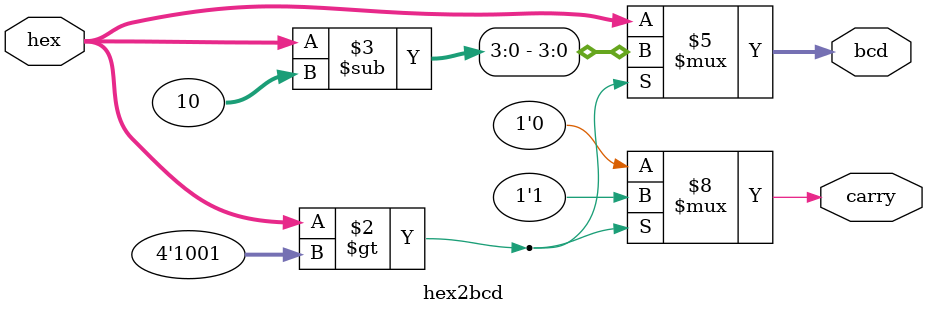
<source format=v>
module hex2bcd(
    input [3:0] hex, // four bits hex input
    output reg [3:0] bcd, // four bits BCD output
	output reg carry // carry over to more significant bits 
    );
    always @* begin
        if (hex>4'b1001) begin  //greater than 9
            carry=1; 
            bcd[3:0]=hex-10;
            end 
        else begin
            bcd=hex;
			carry=0;
		end
    end
endmodule
</source>
